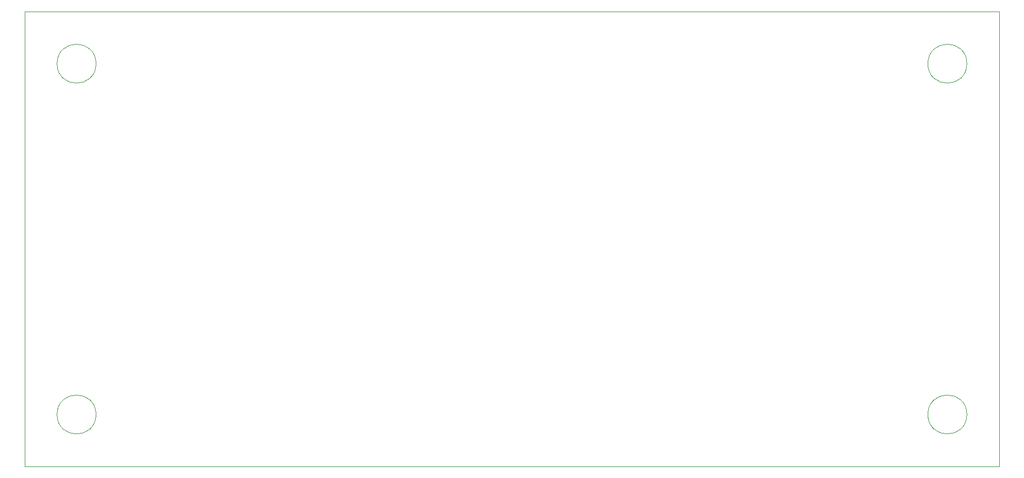
<source format=gbr>
%TF.GenerationSoftware,KiCad,Pcbnew,8.0.6*%
%TF.CreationDate,2025-01-09T01:40:23-04:00*%
%TF.ProjectId,nsec-badge-2025-baseboard,6e736563-2d62-4616-9467-652d32303235,rev?*%
%TF.SameCoordinates,Original*%
%TF.FileFunction,Profile,NP*%
%FSLAX46Y46*%
G04 Gerber Fmt 4.6, Leading zero omitted, Abs format (unit mm)*
G04 Created by KiCad (PCBNEW 8.0.6) date 2025-01-09 01:40:23*
%MOMM*%
%LPD*%
G01*
G04 APERTURE LIST*
%TA.AperFunction,Profile*%
%ADD10C,0.050000*%
%TD*%
G04 APERTURE END LIST*
D10*
X74200000Y-43600000D02*
X224200000Y-43600000D01*
X224200000Y-113600000D01*
X74200000Y-113600000D01*
X74200000Y-43600000D01*
X85200000Y-105600000D02*
G75*
G02*
X79200000Y-105600000I-3000000J0D01*
G01*
X79200000Y-105600000D02*
G75*
G02*
X85200000Y-105600000I3000000J0D01*
G01*
X85200000Y-51600000D02*
G75*
G02*
X79200000Y-51600000I-3000000J0D01*
G01*
X79200000Y-51600000D02*
G75*
G02*
X85200000Y-51600000I3000000J0D01*
G01*
X219200000Y-105600000D02*
G75*
G02*
X213200000Y-105600000I-3000000J0D01*
G01*
X213200000Y-105600000D02*
G75*
G02*
X219200000Y-105600000I3000000J0D01*
G01*
X219200000Y-51600000D02*
G75*
G02*
X213200000Y-51600000I-3000000J0D01*
G01*
X213200000Y-51600000D02*
G75*
G02*
X219200000Y-51600000I3000000J0D01*
G01*
M02*

</source>
